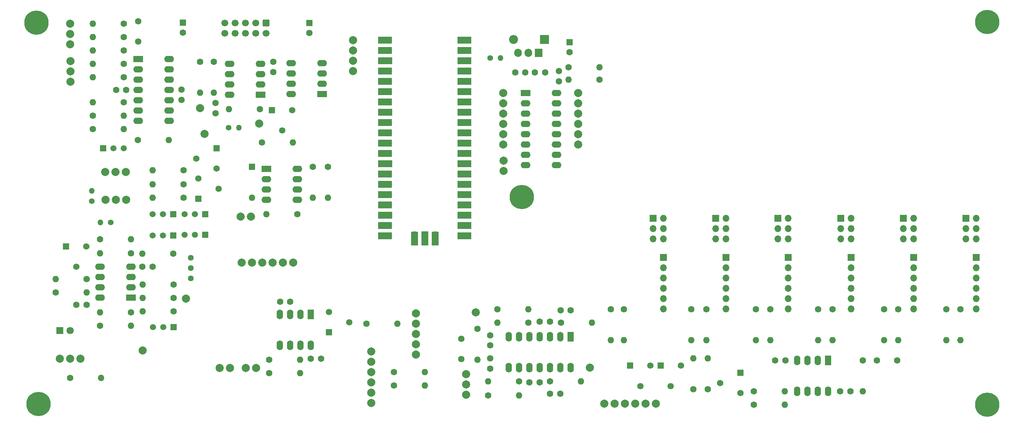
<source format=gts>
G04 #@! TF.GenerationSoftware,KiCad,Pcbnew,7.0.2-0*
G04 #@! TF.CreationDate,2023-06-25T21:33:59+02:00*
G04 #@! TF.ProjectId,shmoergh-funk-live-control,73686d6f-6572-4676-982d-66756e6b2d6c,rev?*
G04 #@! TF.SameCoordinates,Original*
G04 #@! TF.FileFunction,Soldermask,Top*
G04 #@! TF.FilePolarity,Negative*
%FSLAX46Y46*%
G04 Gerber Fmt 4.6, Leading zero omitted, Abs format (unit mm)*
G04 Created by KiCad (PCBNEW 7.0.2-0) date 2023-06-25 21:33:59*
%MOMM*%
%LPD*%
G01*
G04 APERTURE LIST*
G04 Aperture macros list*
%AMRoundRect*
0 Rectangle with rounded corners*
0 $1 Rounding radius*
0 $2 $3 $4 $5 $6 $7 $8 $9 X,Y pos of 4 corners*
0 Add a 4 corners polygon primitive as box body*
4,1,4,$2,$3,$4,$5,$6,$7,$8,$9,$2,$3,0*
0 Add four circle primitives for the rounded corners*
1,1,$1+$1,$2,$3*
1,1,$1+$1,$4,$5*
1,1,$1+$1,$6,$7*
1,1,$1+$1,$8,$9*
0 Add four rect primitives between the rounded corners*
20,1,$1+$1,$2,$3,$4,$5,0*
20,1,$1+$1,$4,$5,$6,$7,0*
20,1,$1+$1,$6,$7,$8,$9,0*
20,1,$1+$1,$8,$9,$2,$3,0*%
G04 Aperture macros list end*
%ADD10O,1.700000X1.700000*%
%ADD11R,3.500000X1.700000*%
%ADD12R,1.700000X1.700000*%
%ADD13R,1.700000X3.500000*%
%ADD14C,2.000000*%
%ADD15O,1.600000X1.600000*%
%ADD16C,1.600000*%
%ADD17R,1.600000X1.600000*%
%ADD18R,1.560000X1.560000*%
%ADD19C,1.560000*%
%ADD20R,1.500000X1.500000*%
%ADD21C,1.500000*%
%ADD22R,1.800000X1.800000*%
%ADD23C,1.800000*%
%ADD24R,2.400000X1.600000*%
%ADD25O,2.400000X1.600000*%
%ADD26C,1.400000*%
%ADD27O,1.400000X1.400000*%
%ADD28C,6.000000*%
%ADD29R,1.600000X2.400000*%
%ADD30O,1.600000X2.400000*%
%ADD31C,1.440000*%
%ADD32R,2.200000X2.200000*%
%ADD33O,2.200000X2.200000*%
%ADD34R,1.905000X2.000000*%
%ADD35O,1.905000X2.000000*%
%ADD36RoundRect,0.250000X-0.600000X0.600000X-0.600000X-0.600000X0.600000X-0.600000X0.600000X0.600000X0*%
%ADD37C,1.700000*%
G04 APERTURE END LIST*
D10*
X128397000Y-43561000D03*
D11*
X127497000Y-43561000D03*
D10*
X128397000Y-46101000D03*
D11*
X127497000Y-46101000D03*
D12*
X128397000Y-48641000D03*
D11*
X127497000Y-48641000D03*
D10*
X128397000Y-51181000D03*
D11*
X127497000Y-51181000D03*
D10*
X128397000Y-53721000D03*
D11*
X127497000Y-53721000D03*
D10*
X128397000Y-56261000D03*
D11*
X127497000Y-56261000D03*
D10*
X128397000Y-58801000D03*
D11*
X127497000Y-58801000D03*
D12*
X128397000Y-61341000D03*
D11*
X127497000Y-61341000D03*
D10*
X128397000Y-63881000D03*
D11*
X127497000Y-63881000D03*
D10*
X128397000Y-66421000D03*
D11*
X127497000Y-66421000D03*
D10*
X128397000Y-68961000D03*
D11*
X127497000Y-68961000D03*
D10*
X128397000Y-71501000D03*
D11*
X127497000Y-71501000D03*
D12*
X128397000Y-74041000D03*
D11*
X127497000Y-74041000D03*
D10*
X128397000Y-76581000D03*
D11*
X127497000Y-76581000D03*
D10*
X128397000Y-79121000D03*
D11*
X127497000Y-79121000D03*
D10*
X128397000Y-81661000D03*
D11*
X127497000Y-81661000D03*
D10*
X128397000Y-84201000D03*
D11*
X127497000Y-84201000D03*
D12*
X128397000Y-86741000D03*
D11*
X127497000Y-86741000D03*
D10*
X128397000Y-89281000D03*
D11*
X127497000Y-89281000D03*
D10*
X128397000Y-91821000D03*
D11*
X127497000Y-91821000D03*
D10*
X146177000Y-91821000D03*
D11*
X147077000Y-91821000D03*
D10*
X146177000Y-89281000D03*
D11*
X147077000Y-89281000D03*
D12*
X146177000Y-86741000D03*
D11*
X147077000Y-86741000D03*
D10*
X146177000Y-84201000D03*
D11*
X147077000Y-84201000D03*
D10*
X146177000Y-81661000D03*
D11*
X147077000Y-81661000D03*
D10*
X146177000Y-79121000D03*
D11*
X147077000Y-79121000D03*
D10*
X146177000Y-76581000D03*
D11*
X147077000Y-76581000D03*
D12*
X146177000Y-74041000D03*
D11*
X147077000Y-74041000D03*
D10*
X146177000Y-71501000D03*
D11*
X147077000Y-71501000D03*
D10*
X146177000Y-68961000D03*
D11*
X147077000Y-68961000D03*
D10*
X146177000Y-66421000D03*
D11*
X147077000Y-66421000D03*
D10*
X146177000Y-63881000D03*
D11*
X147077000Y-63881000D03*
D12*
X146177000Y-61341000D03*
D11*
X147077000Y-61341000D03*
D10*
X146177000Y-58801000D03*
D11*
X147077000Y-58801000D03*
D10*
X146177000Y-56261000D03*
D11*
X147077000Y-56261000D03*
D10*
X146177000Y-53721000D03*
D11*
X147077000Y-53721000D03*
D10*
X146177000Y-51181000D03*
D11*
X147077000Y-51181000D03*
D12*
X146177000Y-48641000D03*
D11*
X147077000Y-48641000D03*
D10*
X146177000Y-46101000D03*
D11*
X147077000Y-46101000D03*
D10*
X146177000Y-43561000D03*
D11*
X147077000Y-43561000D03*
D10*
X134747000Y-91591000D03*
D13*
X134747000Y-92491000D03*
D12*
X137287000Y-91591000D03*
D13*
X137287000Y-92491000D03*
D10*
X139827000Y-91591000D03*
D13*
X139827000Y-92491000D03*
D14*
X149860000Y-110744000D03*
D15*
X180340000Y-50292000D03*
D16*
X172720000Y-50292000D03*
X64897000Y-96139000D03*
D15*
X57277000Y-96139000D03*
D17*
X172974000Y-44069000D03*
D16*
X172974000Y-46569000D03*
D18*
X99648000Y-60833000D03*
D19*
X102148000Y-65833000D03*
X104648000Y-60833000D03*
D16*
X202951000Y-109982000D03*
D15*
X202951000Y-117602000D03*
D18*
X86026000Y-70271000D03*
D19*
X81026000Y-72771000D03*
X86026000Y-75271000D03*
D16*
X63172750Y-39497000D03*
D15*
X55552750Y-39497000D03*
D16*
X146304000Y-122261000D03*
X146304000Y-117261000D03*
X155194000Y-109982000D03*
D15*
X162814000Y-109982000D03*
D20*
X58092750Y-70210000D03*
D21*
X60632750Y-70210000D03*
X63172750Y-70210000D03*
D16*
X253873000Y-109982000D03*
D15*
X253873000Y-117602000D03*
D22*
X47366000Y-115189000D03*
D23*
X49906000Y-115189000D03*
D18*
X113711000Y-115657000D03*
D19*
X118711000Y-113157000D03*
X113711000Y-110657000D03*
D16*
X170815000Y-113284000D03*
D15*
X178435000Y-113284000D03*
D14*
X95758000Y-124460000D03*
X93218000Y-124460000D03*
D16*
X269207828Y-109982000D03*
D15*
X269207828Y-117602000D03*
D24*
X96789000Y-57013000D03*
D25*
X96789000Y-54473000D03*
X96789000Y-51933000D03*
X96789000Y-49393000D03*
X89169000Y-49393000D03*
X89169000Y-51933000D03*
X89169000Y-54473000D03*
X89169000Y-57013000D03*
D12*
X257683000Y-97155000D03*
D10*
X257683000Y-99695000D03*
X257683000Y-102235000D03*
X257683000Y-104775000D03*
X257683000Y-107315000D03*
X257683000Y-109855000D03*
D26*
X153416000Y-48006000D03*
D27*
X155956000Y-48006000D03*
D16*
X163068000Y-128016000D03*
X165568000Y-128016000D03*
X66601750Y-68199000D03*
D15*
X74221750Y-68199000D03*
D16*
X250444000Y-109982000D03*
D15*
X250444000Y-117602000D03*
D16*
X129667000Y-128778000D03*
D15*
X137287000Y-128778000D03*
D16*
X265778828Y-109982000D03*
D15*
X265778828Y-117602000D03*
D16*
X77851000Y-82423000D03*
D15*
X70231000Y-82423000D03*
D16*
X218353000Y-130175000D03*
D15*
X225973000Y-130175000D03*
D16*
X150241000Y-114808000D03*
D15*
X150241000Y-122428000D03*
D16*
X85725000Y-59075000D03*
X85725000Y-61575000D03*
X63172750Y-46101000D03*
D15*
X55552750Y-46101000D03*
D14*
X96520000Y-64135000D03*
X58674000Y-82931000D03*
X61214000Y-82931000D03*
X63754000Y-82931000D03*
D16*
X253619000Y-122555000D03*
X248619000Y-122555000D03*
D14*
X156651293Y-73279000D03*
X156651293Y-75819000D03*
D16*
X57277000Y-92710000D03*
D15*
X64897000Y-92710000D03*
D14*
X104902000Y-98425000D03*
X102362000Y-98425000D03*
X99822000Y-98425000D03*
X97282000Y-98425000D03*
X94742000Y-98425000D03*
X92202000Y-98425000D03*
D16*
X237744000Y-109982000D03*
D15*
X237744000Y-117602000D03*
D16*
X99949000Y-51435000D03*
X99949000Y-48935000D03*
D14*
X119634000Y-43561000D03*
X119634000Y-46101000D03*
X119634000Y-48641000D03*
X119634000Y-51181000D03*
D28*
X275844000Y-39116000D03*
D16*
X98933000Y-122428000D03*
D15*
X106553000Y-122428000D03*
D16*
X53975000Y-108839000D03*
X51475000Y-108839000D03*
D14*
X47371000Y-122174000D03*
X49911000Y-122174000D03*
X52451000Y-122174000D03*
D20*
X75311000Y-86487000D03*
D21*
X72771000Y-86487000D03*
X70231000Y-86487000D03*
D29*
X236651000Y-122540000D03*
D30*
X234111000Y-122540000D03*
X231571000Y-122540000D03*
X229031000Y-122540000D03*
X229031000Y-130160000D03*
X231571000Y-130160000D03*
X234111000Y-130160000D03*
X236651000Y-130160000D03*
D16*
X218353000Y-133477000D03*
D15*
X225973000Y-133477000D03*
D16*
X75438000Y-107188000D03*
D15*
X67818000Y-107188000D03*
D29*
X109210000Y-111237000D03*
D30*
X106670000Y-111237000D03*
X104130000Y-111237000D03*
X101590000Y-111237000D03*
X101590000Y-118857000D03*
X104130000Y-118857000D03*
X106670000Y-118857000D03*
X109210000Y-118857000D03*
D26*
X88950000Y-65151000D03*
D27*
X91490000Y-65151000D03*
D16*
X98933000Y-125730000D03*
D15*
X106553000Y-125730000D03*
D16*
X159532293Y-51562000D03*
X162032293Y-51562000D03*
D12*
X242316000Y-97155000D03*
D10*
X242316000Y-99695000D03*
X242316000Y-102235000D03*
X242316000Y-104775000D03*
X242316000Y-107315000D03*
X242316000Y-109855000D03*
D12*
X239776000Y-87503000D03*
D10*
X242316000Y-87503000D03*
X239776000Y-90043000D03*
X242316000Y-90043000D03*
X239776000Y-92583000D03*
X242316000Y-92583000D03*
D20*
X75438000Y-114321000D03*
D21*
X72898000Y-114321000D03*
X70358000Y-114321000D03*
D15*
X172720000Y-53340000D03*
D16*
X180340000Y-53340000D03*
X153416000Y-116352000D03*
X153416000Y-118852000D03*
D20*
X83185000Y-86508000D03*
D21*
X80645000Y-86508000D03*
X78105000Y-86508000D03*
D16*
X206634000Y-109982000D03*
D15*
X206634000Y-117602000D03*
D29*
X173228000Y-116713000D03*
D30*
X170688000Y-116713000D03*
X168148000Y-116713000D03*
X165608000Y-116713000D03*
X163068000Y-116713000D03*
X160528000Y-116713000D03*
X157988000Y-116713000D03*
X157988000Y-124333000D03*
X160528000Y-124333000D03*
X163068000Y-124333000D03*
X165608000Y-124333000D03*
X168148000Y-124333000D03*
X170688000Y-124333000D03*
X173228000Y-124333000D03*
D16*
X109728000Y-74803000D03*
D15*
X109728000Y-82423000D03*
D16*
X53975000Y-102489000D03*
D15*
X46355000Y-102489000D03*
D16*
X168148000Y-127762000D03*
D15*
X175768000Y-127762000D03*
D17*
X77724000Y-39243000D03*
D16*
X77724000Y-41743000D03*
D14*
X135128000Y-110998000D03*
X135128000Y-113538000D03*
X135128000Y-116078000D03*
X135128000Y-118618000D03*
X135128000Y-121158000D03*
D16*
X160528000Y-127762000D03*
D15*
X152908000Y-127762000D03*
D16*
X63172750Y-52705000D03*
D15*
X55552750Y-52705000D03*
D18*
X215005000Y-125643000D03*
D19*
X210005000Y-128143000D03*
X215005000Y-130643000D03*
D14*
X156627293Y-56604000D03*
X156627293Y-59144000D03*
X156627293Y-61684000D03*
X156627293Y-64224000D03*
X156627293Y-66764000D03*
X156627293Y-69304000D03*
D16*
X57277000Y-114046000D03*
D15*
X64897000Y-114046000D03*
D16*
X105918000Y-86487000D03*
D15*
X98298000Y-86487000D03*
D16*
X239602000Y-130175000D03*
X242102000Y-130175000D03*
D31*
X79629000Y-102362000D03*
X79629000Y-99822000D03*
X79629000Y-97282000D03*
D24*
X64912000Y-107051000D03*
D25*
X64912000Y-104511000D03*
X64912000Y-101971000D03*
X64912000Y-99431000D03*
X57292000Y-99431000D03*
X57292000Y-101971000D03*
X57292000Y-104511000D03*
X57292000Y-107051000D03*
D26*
X59944000Y-88519000D03*
D27*
X57404000Y-88519000D03*
D16*
X70211000Y-99441000D03*
X67711000Y-99441000D03*
D12*
X208915000Y-87503000D03*
D10*
X211455000Y-87503000D03*
X208915000Y-90043000D03*
X211455000Y-90043000D03*
X208915000Y-92583000D03*
X211455000Y-92583000D03*
D16*
X218821000Y-109982000D03*
D15*
X218821000Y-117602000D03*
D12*
X224282000Y-87503000D03*
D10*
X226822000Y-87503000D03*
X224282000Y-90043000D03*
X226822000Y-90043000D03*
X224282000Y-92583000D03*
X226822000Y-92583000D03*
D16*
X55552750Y-65532000D03*
D15*
X63172750Y-65532000D03*
D16*
X109220000Y-122174000D03*
X111720000Y-122174000D03*
D12*
X196024500Y-97155000D03*
D10*
X196024500Y-99695000D03*
X196024500Y-102235000D03*
X196024500Y-104775000D03*
X196024500Y-107315000D03*
X196024500Y-109855000D03*
D16*
X75311000Y-96266000D03*
D15*
X67691000Y-96266000D03*
D16*
X122936000Y-113538000D03*
D15*
X130556000Y-113538000D03*
D12*
X193484500Y-87503000D03*
D10*
X196024500Y-87503000D03*
X193484500Y-90043000D03*
X196024500Y-90043000D03*
X193484500Y-92583000D03*
X196024500Y-92583000D03*
D16*
X203454000Y-129667000D03*
D15*
X203454000Y-122047000D03*
D14*
X63680750Y-76073000D03*
X61140750Y-76073000D03*
X58600750Y-76073000D03*
D16*
X63172750Y-58928000D03*
D15*
X55552750Y-58928000D03*
D12*
X226786528Y-97155000D03*
D10*
X226786528Y-99695000D03*
X226786528Y-102235000D03*
X226786528Y-104775000D03*
X226786528Y-107315000D03*
X226786528Y-109855000D03*
D26*
X55245000Y-83262000D03*
D27*
X55245000Y-80722000D03*
D16*
X77851000Y-75692000D03*
D15*
X70231000Y-75692000D03*
D16*
X183134000Y-109982000D03*
D15*
X183134000Y-117602000D03*
D14*
X81915000Y-60325000D03*
D16*
X77851000Y-79121000D03*
D15*
X70231000Y-79121000D03*
D16*
X168148000Y-130810000D03*
X170648000Y-130810000D03*
X129667000Y-125476000D03*
D15*
X137287000Y-125476000D03*
D16*
X97155000Y-68834000D03*
D15*
X104775000Y-68834000D03*
D16*
X104120000Y-108077000D03*
X101620000Y-108077000D03*
X81915000Y-48895000D03*
D15*
X81915000Y-56515000D03*
D16*
X166898293Y-51562000D03*
X164398293Y-51562000D03*
X165608000Y-113030000D03*
X168108000Y-113030000D03*
X77396750Y-58293000D03*
X77396750Y-55793000D03*
D28*
X41656000Y-39243000D03*
D16*
X222377000Y-109982000D03*
D15*
X222377000Y-117602000D03*
D24*
X98283000Y-75321000D03*
D25*
X98283000Y-77861000D03*
X98283000Y-80401000D03*
X98283000Y-82941000D03*
X105903000Y-82941000D03*
X105903000Y-80401000D03*
X105903000Y-77861000D03*
X105903000Y-75321000D03*
D16*
X170708000Y-110236000D03*
X173208000Y-110236000D03*
D12*
X211455000Y-97155000D03*
D10*
X211455000Y-99695000D03*
X211455000Y-102235000D03*
X211455000Y-104775000D03*
X211455000Y-107315000D03*
X211455000Y-109855000D03*
D16*
X85344000Y-48895000D03*
D15*
X85344000Y-56515000D03*
D24*
X162088293Y-56604000D03*
D25*
X162088293Y-59144000D03*
X162088293Y-61684000D03*
X162088293Y-64224000D03*
X162088293Y-66764000D03*
X162088293Y-69304000D03*
X162088293Y-71844000D03*
X162088293Y-74384000D03*
X169708293Y-74384000D03*
X169708293Y-71844000D03*
X169708293Y-69304000D03*
X169708293Y-66764000D03*
X169708293Y-64224000D03*
X169708293Y-61684000D03*
X169708293Y-59144000D03*
X169708293Y-56604000D03*
D16*
X170327293Y-53701000D03*
X170327293Y-51201000D03*
X46355000Y-105791000D03*
D15*
X53975000Y-105791000D03*
D14*
X175042293Y-69304000D03*
X175042293Y-66764000D03*
X175042293Y-64224000D03*
X175042293Y-61684000D03*
X175042293Y-59144000D03*
X175042293Y-56604000D03*
D18*
X187873000Y-123871000D03*
D19*
X190373000Y-128871000D03*
X192873000Y-123871000D03*
D32*
X166751000Y-43434000D03*
D33*
X159131000Y-43434000D03*
D16*
X63172750Y-42799000D03*
D15*
X55552750Y-42799000D03*
D14*
X50038000Y-48768000D03*
X50038000Y-51308000D03*
X50038000Y-53848000D03*
D16*
X96647000Y-60579000D03*
D15*
X89027000Y-60579000D03*
D14*
X181483000Y-133223000D03*
X184023000Y-133223000D03*
X186563000Y-133223000D03*
X189103000Y-133223000D03*
X191643000Y-133223000D03*
X194183000Y-133223000D03*
D16*
X66728750Y-43902000D03*
X66728750Y-38902000D03*
X75438000Y-110490000D03*
D15*
X67818000Y-110490000D03*
D16*
X207010000Y-129667000D03*
D15*
X207010000Y-122047000D03*
D34*
X165354000Y-46736000D03*
D35*
X162814000Y-46736000D03*
X160274000Y-46736000D03*
D14*
X78486000Y-107315000D03*
D16*
X55552750Y-62230000D03*
D15*
X63172750Y-62230000D03*
D17*
X94742000Y-74803000D03*
D15*
X94742000Y-82423000D03*
D16*
X245150000Y-122555000D03*
D15*
X245150000Y-130175000D03*
D16*
X162814000Y-113284000D03*
D15*
X155194000Y-113284000D03*
D28*
X42164000Y-133350000D03*
D16*
X49911000Y-126873000D03*
D15*
X57531000Y-126873000D03*
D24*
X66675000Y-48233250D03*
D25*
X66675000Y-50773250D03*
X66675000Y-53313250D03*
X66675000Y-55853250D03*
X66675000Y-58393250D03*
X66675000Y-60933250D03*
X66675000Y-63473250D03*
X74295000Y-63473250D03*
X74295000Y-60933250D03*
X74295000Y-58393250D03*
X74295000Y-55853250D03*
X74295000Y-53313250D03*
X74295000Y-50773250D03*
X74295000Y-48233250D03*
D16*
X186309000Y-109982000D03*
D15*
X186309000Y-117602000D03*
D12*
X273144828Y-97155000D03*
D10*
X273144828Y-99695000D03*
X273144828Y-102235000D03*
X273144828Y-104775000D03*
X273144828Y-107315000D03*
X273144828Y-109855000D03*
D18*
X81534000Y-82724000D03*
D19*
X86534000Y-80224000D03*
X81534000Y-77724000D03*
D12*
X255143000Y-87503000D03*
D10*
X257683000Y-87503000D03*
X255143000Y-90043000D03*
X257683000Y-90043000D03*
X255143000Y-92583000D03*
X257683000Y-92583000D03*
D16*
X234188000Y-109982000D03*
D15*
X234188000Y-117602000D03*
D16*
X152908000Y-131191000D03*
D15*
X160528000Y-131191000D03*
D16*
X75438000Y-103886000D03*
D15*
X67818000Y-103886000D03*
D14*
X89281000Y-124460000D03*
X86741000Y-124460000D03*
X147447000Y-125984000D03*
X147447000Y-128524000D03*
X147447000Y-131064000D03*
D24*
X112014000Y-56896000D03*
D25*
X112014000Y-54356000D03*
X112014000Y-51816000D03*
X112014000Y-49276000D03*
X104394000Y-49276000D03*
X104394000Y-51816000D03*
X104394000Y-54356000D03*
X104394000Y-56896000D03*
D14*
X67818000Y-120142000D03*
D17*
X108839000Y-39330621D03*
D16*
X108839000Y-41830621D03*
D14*
X49964750Y-39497000D03*
X49964750Y-42037000D03*
X49964750Y-44577000D03*
D16*
X153416000Y-122067000D03*
X153416000Y-124567000D03*
D18*
X48935000Y-94441000D03*
D19*
X51435000Y-99441000D03*
X53935000Y-94441000D03*
D20*
X75311000Y-91715000D03*
D21*
X72771000Y-91715000D03*
X70231000Y-91715000D03*
D12*
X270604828Y-87503000D03*
D10*
X273144828Y-87503000D03*
X270604828Y-90043000D03*
X273144828Y-90043000D03*
X270604828Y-92583000D03*
X273144828Y-92583000D03*
D14*
X124079000Y-120396000D03*
X124079000Y-122936000D03*
X124079000Y-125476000D03*
X124079000Y-128016000D03*
X124079000Y-130556000D03*
X124079000Y-133096000D03*
X177927000Y-124333000D03*
D16*
X63754000Y-55833250D03*
X61254000Y-55833250D03*
X113411000Y-74803000D03*
D15*
X113411000Y-82423000D03*
D36*
X98171000Y-39370000D03*
D37*
X98171000Y-41910000D03*
X95631000Y-39370000D03*
X95631000Y-41910000D03*
X93091000Y-39370000D03*
X93091000Y-41910000D03*
X90551000Y-39370000D03*
X90551000Y-41910000D03*
X88011000Y-39370000D03*
X88011000Y-41910000D03*
D16*
X64897000Y-110744000D03*
D15*
X57277000Y-110744000D03*
D16*
X63172750Y-49403000D03*
D15*
X55552750Y-49403000D03*
D20*
X83185000Y-91588000D03*
D21*
X80645000Y-91588000D03*
X78105000Y-91588000D03*
D14*
X83058000Y-66675000D03*
D28*
X161163000Y-82296000D03*
D18*
X195366000Y-123871000D03*
D19*
X197866000Y-128871000D03*
X200366000Y-123871000D03*
D28*
X275844000Y-133477000D03*
D16*
X223600000Y-122555000D03*
X226100000Y-122555000D03*
D14*
X94488000Y-87122000D03*
X91948000Y-87122000D03*
M02*

</source>
